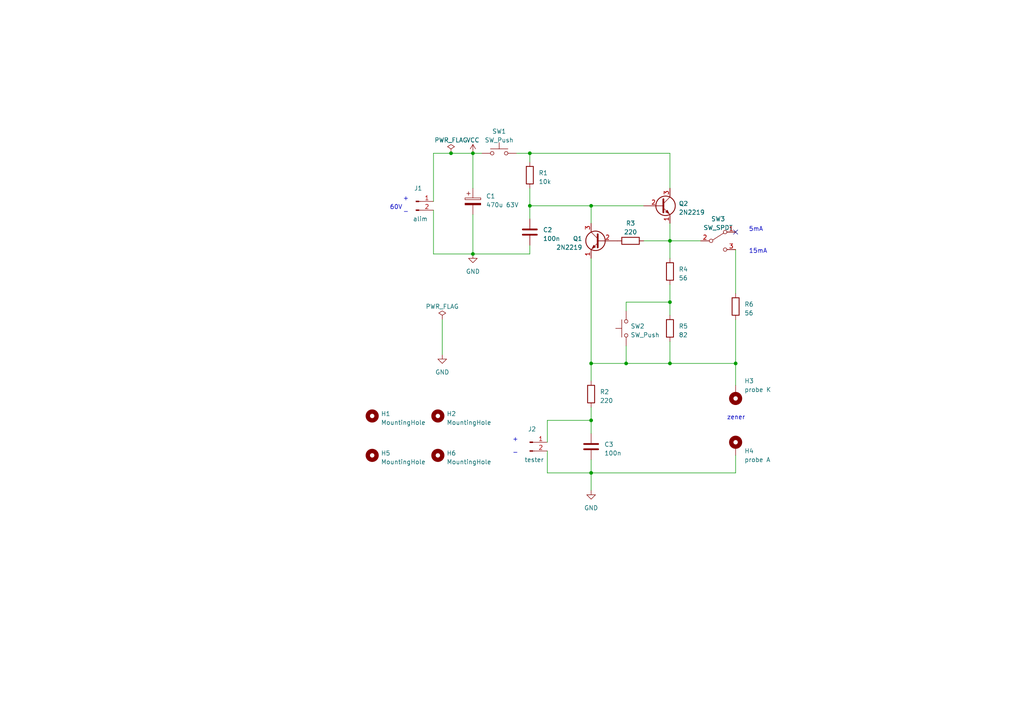
<source format=kicad_sch>
(kicad_sch (version 20230121) (generator eeschema)
  (paper "A4")
  (lib_symbols
    (symbol "Connector:Conn_01x02_Pin" (pin_names (offset 1.016) hide)
      (property "Reference" "J" (at 0 2.54 0))
      (property "Value" "Conn_01x02_Pin" (at 0 -5.08 0))
      (symbol "Conn_01x02_Pin_1_1"
        (polyline (pts (xy 1.27 -2.54) (xy 0.8636 -2.54)) (stroke (width 0.1524)))
        (polyline (pts (xy 1.27 0) (xy 0.8636 0)) (stroke (width 0.1524)))
        (rectangle (start 0.8636 -2.413) (end 0 -2.667) (stroke (width 0.1524)) (fill (type outline)))
        (rectangle (start 0.8636 0.127) (end 0 -0.127) (stroke (width 0.1524)) (fill (type outline)))
        (pin passive line (at 5.08 0 180) (length 3.81) (name "Pin_1") (number "1"))
        (pin passive line (at 5.08 -2.54 180) (length 3.81) (name "Pin_2") (number "2"))
      )
    )
    (symbol "Device:C" (pin_numbers hide) (pin_names (offset 0.254))
      (property "Reference" "C" (at 0.635 2.54 0))
      (property "Value" "C" (at 0.635 -2.54 0))
      (symbol "C_0_1"
        (polyline (pts (xy -2.032 -0.762) (xy 2.032 -0.762)) (stroke (width 0.508)))
        (polyline (pts (xy -2.032 0.762) (xy 2.032 0.762)) (stroke (width 0.508)))
      )
      (symbol "C_1_1"
        (pin passive line (at 0 3.81 270) (length 2.794) (name "~") (number "1"))
        (pin passive line (at 0 -3.81 90) (length 2.794) (name "~") (number "2"))
      )
    )
    (symbol "Device:C_Polarized" (pin_numbers hide) (pin_names (offset 0.254))
      (property "Reference" "C" (at 0.635 2.54 0))
      (property "Value" "C_Polarized" (at 0.635 -2.54 0))
      (symbol "C_Polarized_0_1"
        (rectangle (start -2.286 0.508) (end 2.286 1.016))
        (polyline (pts (xy -1.778 2.286) (xy -0.762 2.286)))
        (polyline (pts (xy -1.27 2.794) (xy -1.27 1.778)))
        (rectangle (start 2.286 -0.508) (end -2.286 -1.016) (fill (type outline)))
      )
      (symbol "C_Polarized_1_1"
        (pin passive line (at 0 3.81 270) (length 2.794) (name "~") (number "1"))
        (pin passive line (at 0 -3.81 90) (length 2.794) (name "~") (number "2"))
      )
    )
    (symbol "Device:R" (pin_numbers hide) (pin_names (offset 0))
      (property "Reference" "R" (at 2.032 0 90))
      (property "Value" "R" (at 0 0 90))
      (symbol "R_0_1"
        (rectangle (start -1.016 -2.54) (end 1.016 2.54) (stroke (width 0.254)))
      )
      (symbol "R_1_1"
        (pin passive line (at 0 3.81 270) (length 1.27) (name "~") (number "1"))
        (pin passive line (at 0 -3.81 90) (length 1.27) (name "~") (number "2"))
      )
    )
    (symbol "Mechanical:MountingHole" (pin_names (offset 1.016))
      (property "Reference" "H" (at 0 5.08 0))
      (property "Value" "MountingHole" (at 0 3.175 0))
      (symbol "MountingHole_0_1"
        (circle (center 0 0) (radius 1.27) (stroke (width 1.27)))
      )
    )
    (symbol "Mechanical:MountingHole_Pad" (pin_numbers hide) (pin_names (offset 1.016) hide)
      (property "Reference" "H" (at 0 6.35 0))
      (property "Value" "MountingHole_Pad" (at 0 4.445 0))
      (symbol "MountingHole_Pad_0_1"
        (circle (center 0 1.27) (radius 1.27) (stroke (width 1.27)))
      )
      (symbol "MountingHole_Pad_1_1"
        (pin input line (at 0 -2.54 90) (length 2.54) (name "1") (number "1"))
      )
    )
    (symbol "Switch:SW_Push" (pin_numbers hide) (pin_names (offset 1.016) hide)
      (property "Reference" "SW" (at 1.27 2.54 0))
      (property "Value" "SW_Push" (at 0 -1.524 0))
      (symbol "SW_Push_0_1"
        (circle (center -2.032 0) (radius 0.508))
        (polyline (pts (xy 0 1.27) (xy 0 3.048)))
        (polyline (pts (xy 2.54 1.27) (xy -2.54 1.27)))
        (circle (center 2.032 0) (radius 0.508))
        (pin passive line (at -5.08 0 0) (length 2.54) (name "1") (number "1"))
        (pin passive line (at 5.08 0 180) (length 2.54) (name "2") (number "2"))
      )
    )
    (symbol "Switch:SW_SPDT" (pin_names (offset 0) hide)
      (property "Reference" "SW" (at 0 4.318 0))
      (property "Value" "SW_SPDT" (at 0 -5.08 0))
      (symbol "SW_SPDT_0_0"
        (circle (center -2.032 0) (radius 0.508))
        (circle (center 2.032 -2.54) (radius 0.508))
      )
      (symbol "SW_SPDT_0_1"
        (polyline (pts (xy -1.524 0.254) (xy 1.651 2.286)))
        (circle (center 2.032 2.54) (radius 0.508))
      )
      (symbol "SW_SPDT_1_1"
        (pin passive line (at 5.08 2.54 180) (length 2.54) (name "A") (number "1"))
        (pin passive line (at -5.08 0 0) (length 2.54) (name "B") (number "2"))
        (pin passive line (at 5.08 -2.54 180) (length 2.54) (name "C") (number "3"))
      )
    )
    (symbol "Transistor_BJT:2N2219" (pin_names (offset 0) hide)
      (property "Reference" "Q" (at 5.08 1.905 0))
      (property "Value" "2N2219" (at 5.08 0 0))
      (symbol "2N2219_0_1"
        (polyline (pts (xy 0.635 0.635) (xy 2.54 2.54)))
        (polyline (pts (xy 0.635 -0.635) (xy 2.54 -2.54) (xy 2.54 -2.54)))
        (polyline (pts (xy 0.635 1.905) (xy 0.635 -1.905) (xy 0.635 -1.905)) (stroke (width 0.508)))
        (polyline (pts (xy 1.27 -1.778) (xy 1.778 -1.27) (xy 2.286 -2.286) (xy 1.27 -1.778) (xy 1.27 -1.778)) (fill (type outline)))
        (circle (center 1.27 0) (radius 2.8194) (stroke (width 0.254)))
      )
      (symbol "2N2219_1_1"
        (pin passive line (at 2.54 -5.08 90) (length 2.54) (name "E") (number "1"))
        (pin passive line (at -5.08 0 0) (length 5.715) (name "B") (number "2"))
        (pin passive line (at 2.54 5.08 270) (length 2.54) (name "C") (number "3"))
      )
    )
    (symbol "power:GND" (power) (pin_names (offset 0))
      (property "Value" "GND" (at 0 -3.81 0))
      (symbol "GND_0_1"
        (polyline (pts (xy 0 0) (xy 0 -1.27) (xy 1.27 -1.27) (xy 0 -2.54) (xy -1.27 -1.27) (xy 0 -1.27)))
      )
      (symbol "GND_1_1"
        (pin power_in line (at 0 0 270) (length 0) hide (name "GND") (number "1"))
      )
    )
    (symbol "power:PWR_FLAG" (power) (pin_numbers hide) (pin_names (offset 0) hide)
      (property "Value" "PWR_FLAG" (at 0 3.81 0))
      (symbol "PWR_FLAG_0_0"
        (pin power_out line (at 0 0 90) (length 0) (name "pwr") (number "1"))
      )
      (symbol "PWR_FLAG_0_1"
        (polyline (pts (xy 0 0) (xy 0 1.27) (xy -1.016 1.905) (xy 0 2.54) (xy 1.016 1.905) (xy 0 1.27)))
      )
    )
    (symbol "power:VCC" (power) (pin_names (offset 0))
      (property "Value" "VCC" (at 0 3.81 0))
      (symbol "VCC_0_1"
        (polyline (pts (xy -0.762 1.27) (xy 0 2.54)))
        (polyline (pts (xy 0 0) (xy 0 2.54)))
        (polyline (pts (xy 0 2.54) (xy 0.762 1.27)))
      )
      (symbol "VCC_1_1"
        (pin power_in line (at 0 0 90) (length 0) hide (name "VCC") (number "1"))
      )
    )
  )
  (junction (at 194.31 105.41))
  (junction (at 213.36 105.41))
  (junction (at 194.31 87.63))
  (junction (at 130.81 44.45))
  (junction (at 153.67 59.69))
  (junction (at 153.67 44.45))
  (junction (at 194.31 69.85))
  (junction (at 171.45 121.92))
  (junction (at 171.45 137.16))
  (junction (at 137.16 73.66))
  (junction (at 171.45 59.69))
  (junction (at 181.61 105.41))
  (junction (at 137.16 44.45))
  (junction (at 171.45 105.41))
  (no_connect (at 213.36 67.31))
  (wire (pts (xy 194.31 105.41) (xy 194.31 99.06)))
  (wire (pts (xy 194.31 87.63) (xy 194.31 91.44)))
  (wire (pts (xy 194.31 69.85) (xy 203.2 69.85)))
  (wire (pts (xy 153.67 59.69) (xy 171.45 59.69)))
  (wire (pts (xy 137.16 62.23) (xy 137.16 73.66)))
  (wire (pts (xy 171.45 105.41) (xy 181.61 105.41)))
  (wire (pts (xy 213.36 111.76) (xy 213.36 105.41)))
  (wire (pts (xy 171.45 137.16) (xy 171.45 133.35)))
  (wire (pts (xy 213.36 72.39) (xy 213.36 85.09)))
  (wire (pts (xy 171.45 64.77) (xy 171.45 59.69)))
  (wire (pts (xy 130.81 44.45) (xy 137.16 44.45)))
  (wire (pts (xy 149.86 44.45) (xy 153.67 44.45)))
  (wire (pts (xy 153.67 54.61) (xy 153.67 59.69)))
  (wire (pts (xy 125.73 44.45) (xy 125.73 58.42)))
  (wire (pts (xy 137.16 73.66) (xy 153.67 73.66)))
  (wire (pts (xy 158.75 121.92) (xy 171.45 121.92)))
  (wire (pts (xy 194.31 54.61) (xy 194.31 44.45)))
  (wire (pts (xy 171.45 137.16) (xy 171.45 142.24)))
  (wire (pts (xy 181.61 105.41) (xy 194.31 105.41)))
  (wire (pts (xy 194.31 44.45) (xy 153.67 44.45)))
  (wire (pts (xy 125.73 73.66) (xy 137.16 73.66)))
  (wire (pts (xy 181.61 87.63) (xy 194.31 87.63)))
  (wire (pts (xy 213.36 105.41) (xy 194.31 105.41)))
  (wire (pts (xy 158.75 121.92) (xy 158.75 128.27)))
  (wire (pts (xy 194.31 69.85) (xy 186.69 69.85)))
  (wire (pts (xy 171.45 121.92) (xy 171.45 125.73)))
  (wire (pts (xy 171.45 105.41) (xy 171.45 110.49)))
  (wire (pts (xy 181.61 100.33) (xy 181.61 105.41)))
  (wire (pts (xy 194.31 69.85) (xy 194.31 74.93)))
  (wire (pts (xy 158.75 130.81) (xy 158.75 137.16)))
  (wire (pts (xy 181.61 87.63) (xy 181.61 90.17)))
  (wire (pts (xy 213.36 132.08) (xy 213.36 137.16)))
  (wire (pts (xy 171.45 74.93) (xy 171.45 105.41)))
  (wire (pts (xy 194.31 64.77) (xy 194.31 69.85)))
  (wire (pts (xy 171.45 118.11) (xy 171.45 121.92)))
  (wire (pts (xy 125.73 60.96) (xy 125.73 73.66)))
  (wire (pts (xy 139.7 44.45) (xy 137.16 44.45)))
  (wire (pts (xy 137.16 44.45) (xy 137.16 54.61)))
  (wire (pts (xy 125.73 44.45) (xy 130.81 44.45)))
  (wire (pts (xy 158.75 137.16) (xy 171.45 137.16)))
  (wire (pts (xy 153.67 44.45) (xy 153.67 46.99)))
  (wire (pts (xy 171.45 137.16) (xy 213.36 137.16)))
  (wire (pts (xy 128.27 102.87) (xy 128.27 92.71)))
  (wire (pts (xy 194.31 82.55) (xy 194.31 87.63)))
  (wire (pts (xy 213.36 92.71) (xy 213.36 105.41)))
  (wire (pts (xy 171.45 59.69) (xy 186.69 59.69)))
  (wire (pts (xy 153.67 73.66) (xy 153.67 71.12)))
  (wire (pts (xy 153.67 59.69) (xy 153.67 63.5)))
  (text "5mA" (at 217.17 67.31 0) (effects (font (size 1.27 1.27)) (justify left bottom)))
  (text "zener" (at 210.82 121.92 0) (effects (font (size 1.27 1.27)) (justify left bottom)))
  (text "15mA" (at 217.17 73.66 0) (effects (font (size 1.27 1.27)) (justify left bottom)))
  (text "60V" (at 113.03 60.96 0) (effects (font (size 1.27 1.27)) (justify left bottom)))
  (text "-" (at 116.84 62.23 0) (effects (font (size 1.27 1.27)) (justify left bottom)))
  (text "+" (at 116.84 58.42 0) (effects (font (size 1.27 1.27)) (justify left bottom)))
  (text "+" (at 148.59 128.27 0) (effects (font (size 1.27 1.27)) (justify left bottom)))
  (text "-" (at 148.59 132.08 0) (effects (font (size 1.27 1.27)) (justify left bottom)))
  (symbol (lib_id "Switch:SW_Push") (at 144.78 44.45 0) (unit 1)
    (property "Reference" "SW1" (at 144.78 38.1 0))
    (property "Value" "SW_Push" (at 144.78 40.64 0))
    (property "Footprint" "Connector_PinHeader_2.54mm:PinHeader_1x02_P2.54mm_Vertical" (effects hide))
  )
  (symbol (lib_id "power:VCC") (at 137.16 44.45 0) (unit 1)
    (property "Reference" "#PWR05" (effects hide))
    (property "Value" "VCC" (at 137.16 40.64 0))
  )
  (symbol (lib_id "Device:R") (at 194.31 78.74 0) (unit 1)
    (property "Reference" "R4" (at 196.85 78.105 0) (effects (justify left)))
    (property "Value" "56" (at 196.85 80.645 0) (effects (justify left)))
    (property "Footprint" "Resistor_THT:R_Axial_DIN0204_L3.6mm_D1.6mm_P7.62mm_Horizontal" (effects hide))
  )
  (symbol (lib_id "Device:C") (at 171.45 129.54 0) (unit 1)
    (property "Reference" "C3" (at 175.26 128.905 0) (effects (justify left)))
    (property "Value" "100n" (at 175.26 131.445 0) (effects (justify left)))
    (property "Footprint" "Capacitor_THT:C_Disc_D5.0mm_W2.5mm_P5.00mm" (effects hide))
  )
  (symbol (lib_id "power:GND") (at 128.27 102.87 0) (unit 1)
    (property "Reference" "#PWR06" (effects hide))
    (property "Value" "GND" (at 128.27 107.95 0))
  )
  (symbol (lib_id "Device:C") (at 153.67 67.31 0) (unit 1)
    (property "Reference" "C2" (at 157.48 66.675 0) (effects (justify left)))
    (property "Value" "100n" (at 157.48 69.215 0) (effects (justify left)))
    (property "Footprint" "Capacitor_THT:C_Disc_D5.0mm_W2.5mm_P5.00mm" (effects hide))
  )
  (symbol (lib_id "Mechanical:MountingHole") (at 127 120.65 0) (unit 1)
    (property "Reference" "H2" (at 129.54 120.015 0) (effects (justify left)))
    (property "Value" "MountingHole" (at 129.54 122.555 0) (effects (justify left)))
    (property "Footprint" "MountingHole:MountingHole_2.2mm_M2" (effects hide))
  )
  (symbol (lib_id "power:PWR_FLAG") (at 128.27 92.71 0) (unit 1)
    (property "Reference" "#FLG02" (effects hide))
    (property "Value" "PWR_FLAG" (at 128.27 88.9 0))
  )
  (symbol (lib_id "power:GND") (at 171.45 142.24 0) (unit 1)
    (property "Reference" "#PWR04" (effects hide))
    (property "Value" "GND" (at 171.45 147.32 0))
  )
  (symbol (lib_id "Device:C_Polarized") (at 137.16 58.42 0) (unit 1)
    (property "Reference" "C1" (at 140.97 56.896 0) (effects (justify left)))
    (property "Value" "470u 63V" (at 140.97 59.436 0) (effects (justify left)))
    (property "Footprint" "Capacitor_THT:CP_Radial_D10.0mm_P5.00mm" (effects hide))
  )
  (symbol (lib_id "Switch:SW_SPDT") (at 208.28 69.85 0) (unit 1)
    (property "Reference" "SW3" (at 208.28 63.5 0))
    (property "Value" "SW_SPDT" (at 208.28 66.04 0))
    (property "Footprint" "Connector_PinHeader_2.54mm:PinHeader_1x03_P2.54mm_Vertical" (effects hide))
  )
  (symbol (lib_id "Connector:Conn_01x02_Pin") (at 153.67 128.27 0) (unit 1)
    (property "Reference" "J2" (at 154.305 124.46 0))
    (property "Value" "tester" (at 154.94 133.35 0))
    (property "Footprint" "Connector_PinHeader_2.54mm:PinHeader_1x02_P2.54mm_Vertical" (effects hide))
  )
  (symbol (lib_id "power:PWR_FLAG") (at 130.81 44.45 0) (unit 1)
    (property "Reference" "#FLG01" (effects hide))
    (property "Value" "PWR_FLAG" (at 130.81 40.64 0))
  )
  (symbol (lib_id "Device:R") (at 171.45 114.3 0) (unit 1)
    (property "Reference" "R2" (at 173.99 113.665 0) (effects (justify left)))
    (property "Value" "220" (at 173.99 116.205 0) (effects (justify left)))
    (property "Footprint" "Resistor_THT:R_Axial_DIN0204_L3.6mm_D1.6mm_P7.62mm_Horizontal" (effects hide))
  )
  (symbol (lib_id "Mechanical:MountingHole") (at 127 132.08 0) (unit 1)
    (property "Reference" "H6" (at 129.54 131.445 0) (effects (justify left)))
    (property "Value" "MountingHole" (at 129.54 133.985 0) (effects (justify left)))
    (property "Footprint" "MountingHole:MountingHole_2.2mm_M2" (effects hide))
  )
  (symbol (lib_id "Mechanical:MountingHole_Pad") (at 213.36 129.54 0) (unit 1)
    (property "Reference" "H4" (at 215.9 130.81 0) (effects (justify left)))
    (property "Value" "probe A" (at 215.9 133.35 0) (effects (justify left)))
    (property "Footprint" "MountingHole:MountingHole_2.2mm_M2_DIN965_Pad" (effects hide))
  )
  (symbol (lib_id "Transistor_BJT:2N2219") (at 173.99 69.85 0) (mirror y) (unit 1)
    (property "Reference" "Q1" (at 168.91 69.215 0) (effects (justify left)))
    (property "Value" "2N2219" (at 168.91 71.755 0) (effects (justify left)))
    (property "Footprint" "Package_TO_SOT_THT:TO-39-3" (effects hide))
    (property "Datasheet" "http://www.onsemi.com/pub_link/Collateral/2N2219-D.PDF" (effects hide))
  )
  (symbol (lib_id "Device:R") (at 213.36 88.9 0) (unit 1)
    (property "Reference" "R6" (at 215.9 88.265 0) (effects (justify left)))
    (property "Value" "56" (at 215.9 90.805 0) (effects (justify left)))
    (property "Footprint" "Resistor_THT:R_Axial_DIN0204_L3.6mm_D1.6mm_P7.62mm_Horizontal" (effects hide))
  )
  (symbol (lib_id "Mechanical:MountingHole") (at 107.95 120.65 0) (unit 1)
    (property "Reference" "H1" (at 110.49 120.015 0) (effects (justify left)))
    (property "Value" "MountingHole" (at 110.49 122.555 0) (effects (justify left)))
    (property "Footprint" "MountingHole:MountingHole_2.2mm_M2" (effects hide))
  )
  (symbol (lib_id "power:GND") (at 137.16 73.66 0) (unit 1)
    (property "Reference" "#PWR01" (effects hide))
    (property "Value" "GND" (at 137.16 78.74 0))
  )
  (symbol (lib_id "Mechanical:MountingHole_Pad") (at 213.36 114.3 180) (unit 1)
    (property "Reference" "H3" (at 215.9 110.49 0) (effects (justify right)))
    (property "Value" "probe K" (at 215.9 113.03 0) (effects (justify right)))
    (property "Footprint" "MountingHole:MountingHole_2.2mm_M2_DIN965_Pad" (effects hide))
  )
  (symbol (lib_id "Device:R") (at 194.31 95.25 0) (unit 1)
    (property "Reference" "R5" (at 196.85 94.615 0) (effects (justify left)))
    (property "Value" "82" (at 196.85 97.155 0) (effects (justify left)))
    (property "Footprint" "Resistor_THT:R_Axial_DIN0204_L3.6mm_D1.6mm_P7.62mm_Horizontal" (effects hide))
  )
  (symbol (lib_id "Connector:Conn_01x02_Pin") (at 120.65 58.42 0) (unit 1)
    (property "Reference" "J1" (at 121.285 54.61 0))
    (property "Value" "alim" (at 121.92 63.5 0))
    (property "Footprint" "Connector_PinHeader_2.54mm:PinHeader_1x02_P2.54mm_Vertical" (effects hide))
  )
  (symbol (lib_id "Transistor_BJT:2N2219") (at 191.77 59.69 0) (unit 1)
    (property "Reference" "Q2" (at 196.85 59.055 0) (effects (justify left)))
    (property "Value" "2N2219" (at 196.85 61.595 0) (effects (justify left)))
    (property "Footprint" "Package_TO_SOT_THT:TO-39-3" (effects hide))
    (property "Datasheet" "http://www.onsemi.com/pub_link/Collateral/2N2219-D.PDF" (effects hide))
  )
  (symbol (lib_id "Device:R") (at 153.67 50.8 0) (unit 1)
    (property "Reference" "R1" (at 156.21 50.165 0) (effects (justify left)))
    (property "Value" "10k" (at 156.21 52.705 0) (effects (justify left)))
    (property "Footprint" "Resistor_THT:R_Axial_DIN0204_L3.6mm_D1.6mm_P7.62mm_Horizontal" (effects hide))
  )
  (symbol (lib_id "Mechanical:MountingHole") (at 107.95 132.08 0) (unit 1)
    (property "Reference" "H5" (at 110.49 131.445 0) (effects (justify left)))
    (property "Value" "MountingHole" (at 110.49 133.985 0) (effects (justify left)))
    (property "Footprint" "MountingHole:MountingHole_2.2mm_M2" (effects hide))
  )
  (symbol (lib_id "Device:R") (at 182.88 69.85 90) (unit 1)
    (property "Reference" "R3" (at 182.88 64.77 90))
    (property "Value" "220" (at 182.88 67.31 90))
    (property "Footprint" "Resistor_THT:R_Axial_DIN0204_L3.6mm_D1.6mm_P7.62mm_Horizontal" (effects hide))
  )
  (symbol (lib_id "Switch:SW_Push") (at 181.61 95.25 90) (unit 1)
    (property "Reference" "SW2" (at 182.88 94.615 90) (effects (justify right)))
    (property "Value" "SW_Push" (at 182.88 97.155 90) (effects (justify right)))
    (property "Footprint" "Connector_PinHeader_2.54mm:PinHeader_1x02_P2.54mm_Vertical" (effects hide))
  )
)
</source>
